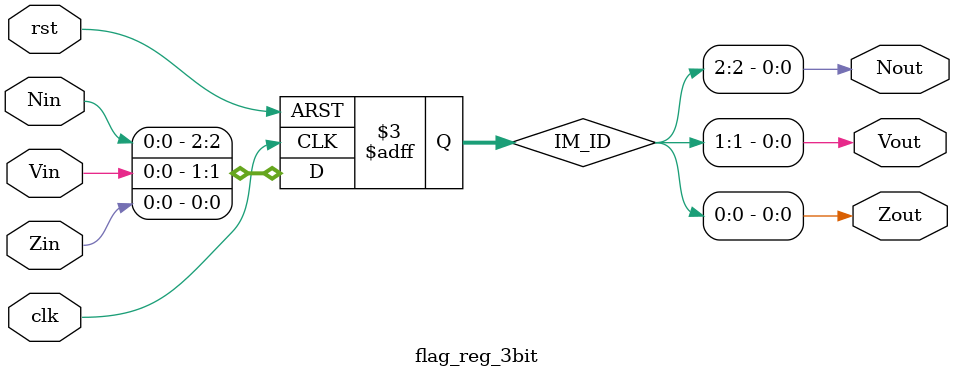
<source format=v>
module flag_reg_3bit (Zin, Vin, Nin, rst, clk, Zout, Vout, Nout);

input Zin, Vin, Nin;
input rst, clk;

output Zout, Vout, Nout;

reg [2:0]IM_ID;

always @(posedge clk or negedge rst)
	if (!rst)
		IM_ID <= 3'b000;
	else  
		IM_ID <= {Nin, Vin, Zin};
		//IM_ID[1] <= Vin;
		//IM_ID[2] <= Nin;

assign Zout = IM_ID[0];
assign Vout = IM_ID[1];
assign Nout = IM_ID[2];

endmodule 

</source>
